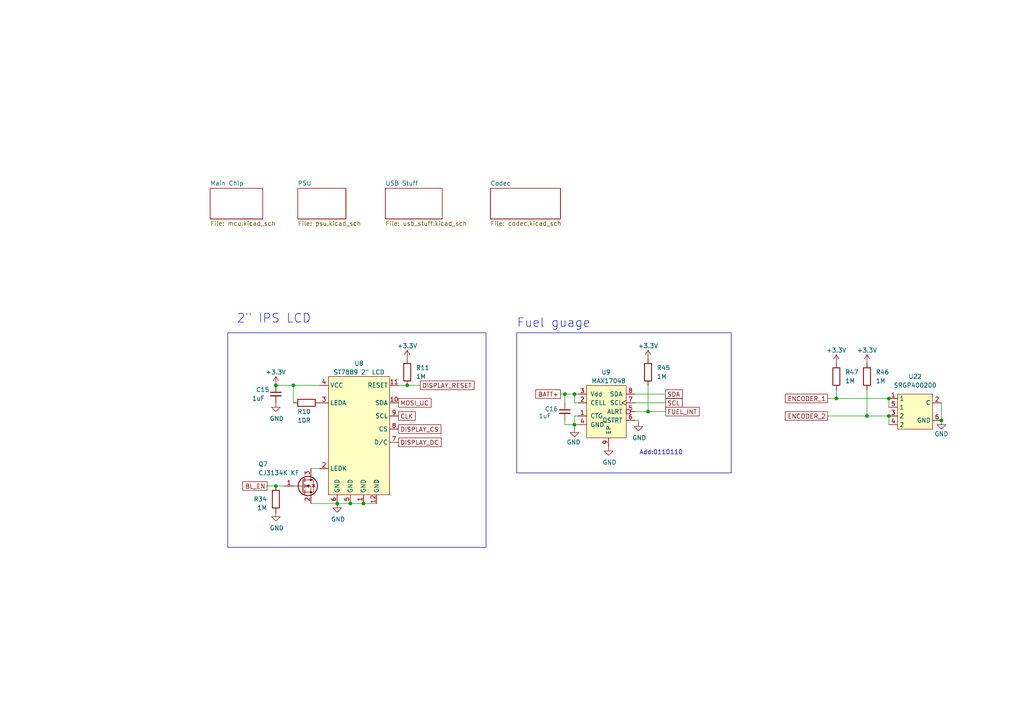
<source format=kicad_sch>
(kicad_sch (version 20230121) (generator eeschema)
  (paper "A4")
  (lib_symbols
    (symbol "Device:C_Small" (pin_numbers hide) (pin_names (offset 0.254) hide)
      (property "Reference" "C" (at 0.254 1.778 0))
      (property "Value" "C_Small" (at 0.254 -2.032 0))
      (symbol "C_Small_0_1"
        (polyline (pts (xy -1.524 -0.508) (xy 1.524 -0.508)) (stroke (width 0.3302)))
        (polyline (pts (xy -1.524 0.508) (xy 1.524 0.508)) (stroke (width 0.3048)))
      )
      (symbol "C_Small_1_1"
        (pin passive line (at 0 2.54 270) (length 2.032) (name "~") (number "1"))
        (pin passive line (at 0 -2.54 90) (length 2.032) (name "~") (number "2"))
      )
    )
    (symbol "Device:Q_NMOS_GSD" (pin_names (offset 0) hide)
      (property "Reference" "Q" (at 5.08 1.27 0))
      (property "Value" "Q_NMOS_GSD" (at 5.08 -1.27 0))
      (symbol "Q_NMOS_GSD_0_1"
        (polyline (pts (xy 0.254 0) (xy -2.54 0)))
        (polyline (pts (xy 0.254 1.905) (xy 0.254 -1.905)) (stroke (width 0.254)))
        (polyline (pts (xy 0.762 -1.27) (xy 0.762 -2.286)) (stroke (width 0.254)))
        (polyline (pts (xy 0.762 0.508) (xy 0.762 -0.508)) (stroke (width 0.254)))
        (polyline (pts (xy 0.762 2.286) (xy 0.762 1.27)) (stroke (width 0.254)))
        (polyline (pts (xy 2.54 2.54) (xy 2.54 1.778)))
        (polyline (pts (xy 2.54 -2.54) (xy 2.54 0) (xy 0.762 0)))
        (polyline (pts (xy 0.762 -1.778) (xy 3.302 -1.778) (xy 3.302 1.778) (xy 0.762 1.778)))
        (polyline (pts (xy 1.016 0) (xy 2.032 0.381) (xy 2.032 -0.381) (xy 1.016 0)) (fill (type outline)))
        (polyline (pts (xy 2.794 0.508) (xy 2.921 0.381) (xy 3.683 0.381) (xy 3.81 0.254)))
        (polyline (pts (xy 3.302 0.381) (xy 2.921 -0.254) (xy 3.683 -0.254) (xy 3.302 0.381)))
        (circle (center 1.651 0) (radius 2.794) (stroke (width 0.254)))
        (circle (center 2.54 -1.778) (radius 0.254) (fill (type outline)))
        (circle (center 2.54 1.778) (radius 0.254) (fill (type outline)))
      )
      (symbol "Q_NMOS_GSD_1_1"
        (pin input line (at -5.08 0 0) (length 2.54) (name "G") (number "1"))
        (pin passive line (at 2.54 -5.08 90) (length 2.54) (name "S") (number "2"))
        (pin passive line (at 2.54 5.08 270) (length 2.54) (name "D") (number "3"))
      )
    )
    (symbol "Device:R" (pin_numbers hide) (pin_names (offset 0))
      (property "Reference" "R" (at 2.032 0 90))
      (property "Value" "R" (at 0 0 90))
      (symbol "R_0_1"
        (rectangle (start -1.016 -2.54) (end 1.016 2.54) (stroke (width 0.254)))
      )
      (symbol "R_1_1"
        (pin passive line (at 0 3.81 270) (length 1.27) (name "~") (number "1"))
        (pin passive line (at 0 -3.81 90) (length 1.27) (name "~") (number "2"))
      )
    )
    (symbol "Lcd:2{dblquote}_IPS_LCD_ST7889"
      (property "Reference" "U" (at 0 6.35 0))
      (symbol "2{dblquote}_IPS_LCD_ST7889_1_1"
        (rectangle (start -8.89 3.81) (end 8.89 -30.48) (fill (type background)))
        (pin input line (at 1.27 -33.02 90) (length 2.54) (name "GND") (number "1"))
        (pin input line (at 11.43 -3.81 180) (length 2.54) (name "SDA") (number "10"))
        (pin input line (at 11.43 1.27 180) (length 2.54) (name "RESET") (number "11"))
        (pin input line (at 5.08 -33.02 90) (length 2.54) (name "GND") (number "12"))
        (pin input line (at -11.43 -22.86 0) (length 2.54) (name "LEDK") (number "2"))
        (pin input line (at -11.43 -3.81 0) (length 2.54) (name "LEDA") (number "3"))
        (pin input line (at -11.43 1.27 0) (length 2.54) (name "VCC") (number "4"))
        (pin input line (at -2.54 -33.02 90) (length 2.54) (name "GND") (number "5"))
        (pin input line (at -6.35 -33.02 90) (length 2.54) (name "GND") (number "6"))
        (pin input line (at 11.43 -15.24 180) (length 2.54) (name "D/C") (number "7"))
        (pin input line (at 11.43 -11.43 180) (length 2.54) (name "CS") (number "8"))
        (pin input line (at 11.43 -7.62 180) (length 2.54) (name "SCL") (number "9"))
      )
    )
    (symbol "MAX17048_1" (pin_names (offset 1.016))
      (property "Reference" "U" (at 3.81 -10.16 0))
      (property "Value" "MAX17048_1" (at 0 7.62 0))
      (symbol "MAX17048_1_0_1"
        (rectangle (start -5.08 6.35) (end 6.35 -8.89) (fill (type background)))
      )
      (symbol "MAX17048_1_1_1"
        (pin input line (at -7.62 -2.54 0) (length 2.54) (name "CTG") (number "1"))
        (pin input line (at -7.62 1.27 0) (length 2.54) (name "CELL") (number "2"))
        (pin power_in line (at -7.62 3.81 0) (length 2.54) (name "Vdd") (number "3"))
        (pin power_in line (at -7.62 -5.08 0) (length 2.54) (name "GND") (number "4"))
        (pin output inverted (at 8.89 -1.27 180) (length 2.54) (name "ALRT") (number "5"))
        (pin input line (at 8.89 -3.81 180) (length 2.54) (name "QSTRT") (number "6"))
        (pin input clock (at 8.89 1.27 180) (length 2.54) (name "SCL") (number "7"))
        (pin bidirectional line (at 8.89 3.81 180) (length 2.54) (name "SDA") (number "8"))
        (pin power_in line (at 1.27 -11.43 90) (length 2.54) (name "EP") (number "9"))
      )
    )
    (symbol "power:+3.3V" (power) (pin_names (offset 0))
      (property "Value" "+3.3V" (at 0 3.556 0))
      (symbol "+3.3V_0_1"
        (polyline (pts (xy -0.762 1.27) (xy 0 2.54)))
        (polyline (pts (xy 0 0) (xy 0 2.54)))
        (polyline (pts (xy 0 2.54) (xy 0.762 1.27)))
      )
      (symbol "+3.3V_1_1"
        (pin power_in line (at 0 0 90) (length 0) hide (name "+3.3V") (number "1"))
      )
    )
    (symbol "power:GND" (power) (pin_names (offset 0))
      (property "Value" "GND" (at 0 -3.81 0))
      (symbol "GND_0_1"
        (polyline (pts (xy 0 0) (xy 0 -1.27) (xy 1.27 -1.27) (xy 0 -2.54) (xy -1.27 -1.27) (xy 0 -1.27)))
      )
      (symbol "GND_1_1"
        (pin power_in line (at 0 0 270) (length 0) hide (name "GND") (number "1"))
      )
    )
    (symbol "srgp400200:SRGP400200"
      (property "Reference" "U" (at 0 8.89 0))
      (property "Value" "SRGP400200" (at 0 6.35 0))
      (symbol "SRGP400200_1_1"
        (rectangle (start -5.08 5.08) (end 5.08 -5.08) (fill (type background)))
        (pin input line (at -7.62 3.81 0) (length 2.54) (name "1") (number "1"))
        (pin input line (at 7.62 2.54 180) (length 2.54) (name "C") (number "2"))
        (pin input line (at -7.62 -1.27 0) (length 2.54) (name "2") (number "3"))
        (pin input line (at -7.62 -3.81 0) (length 2.54) (name "2") (number "4"))
        (pin input line (at -7.62 1.27 0) (length 2.54) (name "1") (number "5"))
        (pin input line (at 7.62 -2.54 180) (length 2.54) (name "GND") (number "6"))
      )
    )
  )
  (junction (at 166.624 114.3))
  (junction (at 80.01 111.76))
  (junction (at 187.96 119.38))
  (junction (at 242.57 115.57))
  (junction (at 80.01 140.97))
  (junction (at 101.6 146.05))
  (junction (at 163.83 114.3))
  (junction (at 166.624 123.19))
  (junction (at 105.41 146.05))
  (junction (at 257.81 115.57))
  (junction (at 257.81 120.65))
  (junction (at 251.46 120.65))
  (junction (at 273.05 121.92))
  (junction (at 85.09 111.76))
  (junction (at 118.11 111.76))
  (junction (at 97.79 146.05))
  (wire (pts (xy 166.624 116.84) (xy 166.624 114.3)))
  (wire (pts (xy 163.83 114.3) (xy 166.624 114.3)))
  (wire (pts (xy 85.09 111.76) (xy 85.09 116.84)))
  (wire (pts (xy 101.6 146.05) (xy 105.41 146.05)))
  (wire (pts (xy 162.56 114.3) (xy 163.83 114.3)))
  (wire (pts (xy 166.624 114.3) (xy 167.64 114.3)))
  (wire (pts (xy 80.01 140.97) (xy 82.55 140.97)))
  (wire (pts (xy 242.57 113.03) (xy 242.57 115.57)))
  (wire (pts (xy 105.41 146.05) (xy 109.22 146.05)))
  (wire (pts (xy 273.05 116.84) (xy 273.05 121.92)))
  (wire (pts (xy 184.15 121.92) (xy 185.166 121.92)))
  (wire (pts (xy 167.64 116.84) (xy 166.624 116.84)))
  (wire (pts (xy 257.81 120.65) (xy 257.81 123.19)))
  (wire (pts (xy 240.03 115.57) (xy 242.57 115.57)))
  (wire (pts (xy 118.11 111.76) (xy 121.92 111.76)))
  (wire (pts (xy 184.15 114.3) (xy 193.04 114.3)))
  (wire (pts (xy 167.64 120.65) (xy 166.624 120.65)))
  (wire (pts (xy 118.11 111.76) (xy 115.57 111.76)))
  (wire (pts (xy 163.83 121.92) (xy 163.83 123.19)))
  (wire (pts (xy 163.83 123.19) (xy 166.624 123.19)))
  (wire (pts (xy 187.96 111.76) (xy 187.96 119.38)))
  (wire (pts (xy 166.624 123.19) (xy 167.64 123.19)))
  (wire (pts (xy 166.624 123.19) (xy 166.624 124.206)))
  (wire (pts (xy 242.57 115.57) (xy 257.81 115.57)))
  (wire (pts (xy 90.17 135.89) (xy 92.71 135.89)))
  (wire (pts (xy 251.46 120.65) (xy 257.81 120.65)))
  (wire (pts (xy 80.01 111.76) (xy 85.09 111.76)))
  (wire (pts (xy 187.96 119.38) (xy 193.04 119.38)))
  (wire (pts (xy 257.81 115.57) (xy 257.81 118.11)))
  (wire (pts (xy 184.15 119.38) (xy 187.96 119.38)))
  (wire (pts (xy 97.79 146.05) (xy 101.6 146.05)))
  (wire (pts (xy 251.46 113.03) (xy 251.46 120.65)))
  (wire (pts (xy 185.166 121.92) (xy 185.166 122.428)))
  (wire (pts (xy 240.03 120.65) (xy 251.46 120.65)))
  (wire (pts (xy 163.83 114.3) (xy 163.83 116.84)))
  (wire (pts (xy 77.47 140.97) (xy 80.01 140.97)))
  (wire (pts (xy 85.09 111.76) (xy 92.71 111.76)))
  (wire (pts (xy 166.624 120.65) (xy 166.624 123.19)))
  (wire (pts (xy 184.15 116.84) (xy 193.04 116.84)))
  (wire (pts (xy 90.17 146.05) (xy 97.79 146.05)))
  (rectangle (start 66.04 96.52) (end 140.97 158.75))
  (rectangle (start 149.86 96.52) (end 212.09 137.16))
  (text "2\" IPS LCD\n" (at 68.58 93.98 0) (effects (font (size 2.54 2.54)) (justify left bottom)))
  (text "Fuel guage" (at 149.86 95.25 0) (effects (font (size 2.54 2.54)) (justify left bottom)))
  (text "Add:0110110" (at 185.42 132.08 0) (effects (font (size 1.27 1.27)) (justify left bottom)))
  (global_label "SDA" (shape passive) (at 193.04 114.3 0) (property "Intersheetrefs" "${INTERSHEET_REFS}" (effects hide)))
  (global_label "CLK" (shape passive) (at 115.57 120.65 0) (property "Intersheetrefs" "${INTERSHEET_REFS}" (effects hide)))
  (global_label "BATT+" (shape passive) (at 162.56 114.3 180) (property "Intersheetrefs" "${INTERSHEET_REFS}" (effects hide)))
  (global_label "ENCODER_2" (shape passive) (at 240.03 120.65 180) (property "Intersheetrefs" "${INTERSHEET_REFS}" (effects hide)))
  (global_label "BL_EN" (shape passive) (at 77.47 140.97 180) (property "Intersheetrefs" "${INTERSHEET_REFS}" (effects hide)))
  (global_label "FUEL_INT" (shape passive) (at 193.04 119.38 0) (property "Intersheetrefs" "${INTERSHEET_REFS}" (effects hide)))
  (global_label "ENCODER_1" (shape passive) (at 240.03 115.57 180) (property "Intersheetrefs" "${INTERSHEET_REFS}" (effects hide)))
  (global_label "DISPLAY_DC" (shape passive) (at 115.57 128.27 0) (property "Intersheetrefs" "${INTERSHEET_REFS}" (effects hide)))
  (global_label "MOSI_UC" (shape passive) (at 115.57 116.84 0) (property "Intersheetrefs" "${INTERSHEET_REFS}" (effects hide)))
  (global_label "DISPLAY_RESET" (shape passive) (at 121.92 111.76 0) (property "Intersheetrefs" "${INTERSHEET_REFS}" (effects hide)))
  (global_label "SCL" (shape passive) (at 193.04 116.84 0) (property "Intersheetrefs" "${INTERSHEET_REFS}" (effects hide)))
  (global_label "DISPLAY_CS" (shape passive) (at 115.57 124.46 0) (property "Intersheetrefs" "${INTERSHEET_REFS}" (effects hide)))
  (symbol (lib_id "Device:R") (at 242.57 109.22 0) (mirror x) (unit 1)
    (property "Reference" "R47" (at 245.11 107.95 0) (effects (justify left)))
    (property "Value" "1M" (at 245.11 110.49 0) (effects (justify left)))
    (property "Footprint" "Resistor_SMD:R_0402_1005Metric" (effects hide))
  )
  (symbol (lib_id "srgp400200:SRGP400200") (at 265.43 119.38 0) (unit 1)
    (property "Reference" "U22" (at 265.43 109.22 0))
    (property "Value" "SRGP400200" (at 265.43 111.76 0))
    (property "Footprint" "Music:SRGP400200_ALPS" (effects hide))
  )
  (symbol (lib_id "Device:R") (at 118.11 107.95 0) (mirror x) (unit 1)
    (property "Reference" "R11" (at 120.65 106.68 0) (effects (justify left)))
    (property "Value" "1M" (at 120.65 109.22 0) (effects (justify left)))
    (property "Footprint" "Resistor_SMD:R_0402_1005Metric" (effects hide))
  )
  (symbol (lib_id "power:GND") (at 97.79 146.05 0) (unit 1)
    (property "Reference" "#PWR030" (effects hide))
    (property "Value" "GND" (at 98.044 150.622 0))
  )
  (symbol (lib_id "Device:R") (at 80.01 144.78 180) (unit 1)
    (property "Reference" "R34" (at 77.47 144.78 0) (effects (justify left)))
    (property "Value" "1M" (at 77.47 147.32 0) (effects (justify left)))
    (property "Footprint" "Resistor_SMD:R_0402_1005Metric" (effects hide))
  )
  (symbol (lib_id "Device:R") (at 88.9 116.84 90) (mirror x) (unit 1)
    (property "Reference" "R10" (at 90.17 119.38 90) (effects (justify left)))
    (property "Value" "10R" (at 90.17 121.92 90) (effects (justify left)))
    (property "Footprint" "Resistor_SMD:R_0402_1005Metric" (effects hide))
  )
  (symbol (lib_id "power:GND") (at 273.05 121.92 0) (unit 1)
    (property "Reference" "#PWR097" (effects hide))
    (property "Value" "GND" (at 273.05 125.865 0))
  )
  (symbol (lib_id "Device:R") (at 187.96 107.95 0) (mirror x) (unit 1)
    (property "Reference" "R45" (at 190.5 106.68 0) (effects (justify left)))
    (property "Value" "1M" (at 190.5 109.22 0) (effects (justify left)))
    (property "Footprint" "Resistor_SMD:R_0402_1005Metric" (effects hide))
  )
  (symbol (lib_id "Device:R") (at 251.46 109.22 0) (mirror x) (unit 1)
    (property "Reference" "R46" (at 254 107.95 0) (effects (justify left)))
    (property "Value" "1M" (at 254 110.49 0) (effects (justify left)))
    (property "Footprint" "Resistor_SMD:R_0402_1005Metric" (effects hide))
  )
  (symbol (lib_id "power:+3.3V") (at 118.11 104.14 0) (unit 1)
    (property "Reference" "#PWR031" (effects hide))
    (property "Value" "+3.3V" (at 118.11 100.33 0))
  )
  (symbol (lib_name "MAX17048_1") (lib_id "OSSG_components_lib:MAX17048") (at 175.26 118.11 0) (unit 1)
    (property "Reference" "U9" (at 175.768 107.95 0))
    (property "Value" "MAX17048" (at 176.53 110.49 0))
    (property "Footprint" "Package_DFN_QFN:DFN-8-1EP_2x2mm_P0.5mm_EP0.8x1.6mm" (effects hide))
  )
  (symbol (lib_id "power:GND") (at 185.166 122.428 0) (unit 1)
    (property "Reference" "#PWR034" (effects hide))
    (property "Value" "GND" (at 185.42 127 0))
  )
  (symbol (lib_id "power:+3.3V") (at 251.46 105.41 0) (unit 1)
    (property "Reference" "#PWR0106" (effects hide))
    (property "Value" "+3.3V" (at 251.46 101.6 0))
  )
  (symbol (lib_id "power:GND") (at 80.01 148.59 0) (unit 1)
    (property "Reference" "#PWR096" (effects hide))
    (property "Value" "GND" (at 80.264 153.162 0))
  )
  (symbol (lib_id "Device:C_Small") (at 163.83 119.38 0) (unit 1)
    (property "Reference" "C16" (at 157.988 118.618 0) (effects (justify left)))
    (property "Value" "1uF" (at 156.21 120.65 0) (effects (justify left)))
    (property "Footprint" "Capacitor_SMD:C_0402_1005Metric" (effects hide))
    (property "Datasheet" "https://search.murata.co.jp/Ceramy/image/img/A01X/G101/ENG/GRT155C80J105KE01-01.pdf" (effects hide))
    (property "DigiKeyLink" "https://www.digikey.ca/en/products/detail/murata-electronics/GRT155C80J105KE01J/13904934" (effects hide))
    (property "Price" "0.0448" (effects hide))
    (property "MPN" "490-GRT155C80J105KE01JCT-ND" (effects hide))
    (property "MPN_LCSC" "C14445" (effects hide))
    (property "Price_LCSC" "0.0018" (effects hide))
    (property "LCSCLink" "https://lcsc.com/product-detail/Multilayer-Ceramic-Capacitors-MLCC-SMD-SMT_Samsung-Electro-Mechanics-CL05A105KP5NNNC_C14445.html" (effects hide))
  )
  (symbol (lib_id "power:GND") (at 166.624 124.206 0) (unit 1)
    (property "Reference" "#PWR032" (effects hide))
    (property "Value" "GND" (at 166.37 128.27 0))
  )
  (symbol (lib_id "power:+3.3V") (at 80.01 111.76 0) (unit 1)
    (property "Reference" "#PWR028" (effects hide))
    (property "Value" "+3.3V" (at 80.01 107.95 0))
  )
  (symbol (lib_id "Device:C_Small") (at 80.01 114.3 0) (mirror y) (unit 1)
    (property "Reference" "C15" (at 76.2 113.03 0))
    (property "Value" "1uF" (at 74.93 115.57 0))
    (property "Footprint" "Capacitor_SMD:C_0402_1005Metric" (effects hide))
  )
  (symbol (lib_id "power:+3.3V") (at 187.96 104.14 0) (unit 1)
    (property "Reference" "#PWR0105" (effects hide))
    (property "Value" "+3.3V" (at 187.96 100.33 0))
  )
  (symbol (lib_id "power:GND") (at 176.53 129.54 0) (unit 1)
    (property "Reference" "#PWR033" (effects hide))
    (property "Value" "GND" (at 176.784 134.112 0))
  )
  (symbol (lib_id "Device:Q_NMOS_GSD") (at 87.63 140.97 0) (unit 1)
    (property "Reference" "Q7" (at 74.93 134.62 0) (effects (justify left)))
    (property "Value" "CJ3134K KF" (at 74.93 137.16 0) (effects (justify left)))
    (property "Footprint" "Package_TO_SOT_SMD:SOT-723" (effects hide))
  )
  (symbol (lib_id "Lcd:2{dblquote}_IPS_LCD_ST7889") (at 104.14 113.03 0) (unit 1)
    (property "Reference" "U8" (at 104.14 105.41 0))
    (property "Value" "ST7889 2\" LCD" (at 104.14 107.95 0))
    (property "Footprint" "Music:TFT020-2_same_side" (effects hide))
  )
  (symbol (lib_id "power:+3.3V") (at 242.57 105.41 0) (unit 1)
    (property "Reference" "#PWR0107" (effects hide))
    (property "Value" "+3.3V" (at 242.57 101.6 0))
  )
  (symbol (lib_id "power:GND") (at 80.01 116.84 0) (unit 1)
    (property "Reference" "#PWR029" (effects hide))
    (property "Value" "GND" (at 80.264 121.412 0))
  )
  (sheet (at 111.76 54.61) (size 16.51 8.89) (stroke (width 0.1524))
    (property "Sheetname" "USB Stuff" (at 111.76 53.8984 0) (effects (justify left bottom)))
    (property "Sheetfile" "usb_stuff.kicad_sch" (at 111.76 64.0846 0) (effects (justify left top)))
  )
  (sheet (at 86.36 54.61) (size 13.97 8.89) (stroke (width 0.1524))
    (property "Sheetname" "PSU" (at 86.36 53.8984 0) (effects (justify left bottom)))
    (property "Sheetfile" "psu.kicad_sch" (at 86.36 64.0846 0) (effects (justify left top)))
  )
  (sheet (at 60.96 54.61) (size 15.24 8.89) (stroke (width 0.1524))
    (property "Sheetname" "Main Chip" (at 60.96 53.8984 0) (effects (justify left bottom)))
    (property "Sheetfile" "mcu.kicad_sch" (at 60.96 64.0846 0) (effects (justify left top)))
  )
  (sheet (at 142.24 54.61) (size 20.32 8.89) (stroke (width 0.1524))
    (property "Sheetname" "Codec" (at 142.24 53.8984 0) (effects (justify left bottom)))
    (property "Sheetfile" "codec.kicad_sch" (at 142.24 64.0846 0) (effects (justify left top)))
  )
)
</source>
